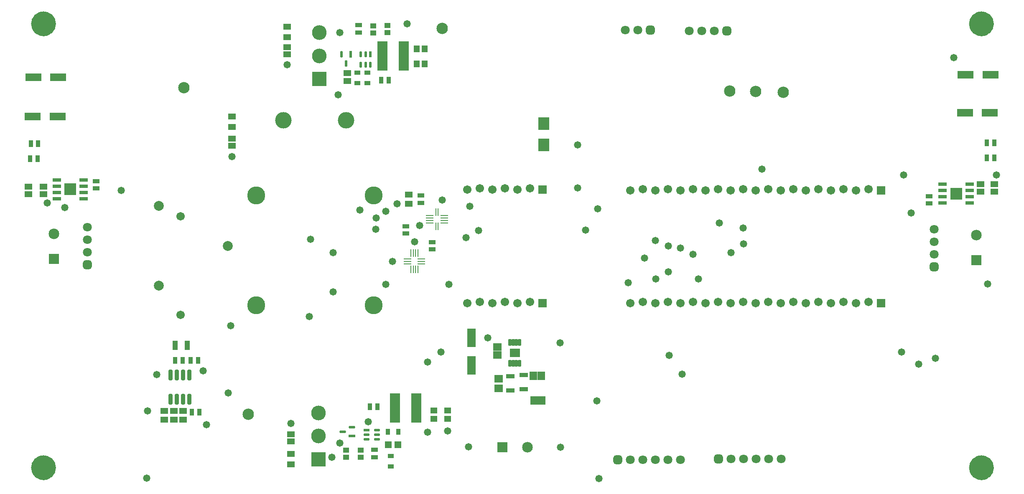
<source format=gts>
G04*
G04 #@! TF.GenerationSoftware,Altium Limited,Altium Designer,25.8.1 (18)*
G04*
G04 Layer_Color=8388736*
%FSLAX44Y44*%
%MOMM*%
G71*
G04*
G04 #@! TF.SameCoordinates,3252FE53-E486-4FD3-897B-B0AFD7199433*
G04*
G04*
G04 #@! TF.FilePolarity,Negative*
G04*
G01*
G75*
%ADD22R,0.9500X1.3500*%
%ADD23R,3.2000X1.6000*%
%ADD26R,1.3082X1.0057*%
%ADD27R,1.2546X1.4562*%
%ADD28R,1.3500X0.9500*%
%ADD32R,1.5750X0.2800*%
%ADD35R,1.4562X1.2546*%
%ADD36R,1.3000X0.9000*%
%ADD37R,0.5321X1.2544*%
%ADD38R,0.5868X1.3587*%
%ADD39R,1.2544X0.5321*%
%ADD40R,1.3587X0.5868*%
%ADD41R,2.3000X2.5000*%
%ADD44R,2.0000X6.0000*%
G04:AMPARAMS|DCode=45|XSize=1.3587mm|YSize=0.5868mm|CornerRadius=0.2934mm|HoleSize=0mm|Usage=FLASHONLY|Rotation=270.000|XOffset=0mm|YOffset=0mm|HoleType=Round|Shape=RoundedRectangle|*
%AMROUNDEDRECTD45*
21,1,1.3587,0.0000,0,0,270.0*
21,1,0.7719,0.5868,0,0,270.0*
1,1,0.5868,0.0000,-0.3859*
1,1,0.5868,0.0000,0.3859*
1,1,0.5868,0.0000,0.3859*
1,1,0.5868,0.0000,-0.3859*
%
%ADD45ROUNDEDRECTD45*%
%ADD46R,0.9000X1.3000*%
G04:AMPARAMS|DCode=47|XSize=1.3587mm|YSize=0.5868mm|CornerRadius=0.2934mm|HoleSize=0mm|Usage=FLASHONLY|Rotation=180.000|XOffset=0mm|YOffset=0mm|HoleType=Round|Shape=RoundedRectangle|*
%AMROUNDEDRECTD47*
21,1,1.3587,0.0000,0,0,180.0*
21,1,0.7719,0.5868,0,0,180.0*
1,1,0.5868,-0.3859,0.0000*
1,1,0.5868,0.3859,0.0000*
1,1,0.5868,0.3859,0.0000*
1,1,0.5868,-0.3859,0.0000*
%
%ADD47ROUNDEDRECTD47*%
G04:AMPARAMS|DCode=48|XSize=1.2544mm|YSize=0.5321mm|CornerRadius=0.2661mm|HoleSize=0mm|Usage=FLASHONLY|Rotation=0.000|XOffset=0mm|YOffset=0mm|HoleType=Round|Shape=RoundedRectangle|*
%AMROUNDEDRECTD48*
21,1,1.2544,0.0000,0,0,0.0*
21,1,0.7223,0.5321,0,0,0.0*
1,1,0.5321,0.3611,0.0000*
1,1,0.5321,-0.3611,0.0000*
1,1,0.5321,-0.3611,0.0000*
1,1,0.5321,0.3611,0.0000*
%
%ADD48ROUNDEDRECTD48*%
%ADD50R,1.7000X0.9000*%
%ADD51R,0.2800X1.5750*%
G04:AMPARAMS|DCode=52|XSize=1.2544mm|YSize=0.5321mm|CornerRadius=0.2661mm|HoleSize=0mm|Usage=FLASHONLY|Rotation=270.000|XOffset=0mm|YOffset=0mm|HoleType=Round|Shape=RoundedRectangle|*
%AMROUNDEDRECTD52*
21,1,1.2544,0.0000,0,0,270.0*
21,1,0.7223,0.5321,0,0,270.0*
1,1,0.5321,0.0000,-0.3611*
1,1,0.5321,0.0000,0.3611*
1,1,0.5321,0.0000,0.3611*
1,1,0.5321,0.0000,-0.3611*
%
%ADD52ROUNDEDRECTD52*%
%ADD53R,1.3546X1.4621*%
%ADD54R,1.1000X1.9000*%
%ADD55C,2.5000*%
G04:AMPARAMS|DCode=56|XSize=2.1732mm|YSize=0.8032mm|CornerRadius=0.1766mm|HoleSize=0mm|Usage=FLASHONLY|Rotation=270.000|XOffset=0mm|YOffset=0mm|HoleType=Round|Shape=RoundedRectangle|*
%AMROUNDEDRECTD56*
21,1,2.1732,0.4500,0,0,270.0*
21,1,1.8200,0.8032,0,0,270.0*
1,1,0.3532,-0.2250,-0.9100*
1,1,0.3532,-0.2250,0.9100*
1,1,0.3532,0.2250,0.9100*
1,1,0.3532,0.2250,-0.9100*
%
%ADD56ROUNDEDRECTD56*%
%ADD57R,1.5532X1.2032*%
%ADD58R,1.5750X0.2800*%
%ADD59R,2.4932X2.4932*%
%ADD60R,1.6532X0.8032*%
G04:AMPARAMS|DCode=61|XSize=0.6532mm|YSize=1.3532mm|CornerRadius=0.1511mm|HoleSize=0mm|Usage=FLASHONLY|Rotation=180.000|XOffset=0mm|YOffset=0mm|HoleType=Round|Shape=RoundedRectangle|*
%AMROUNDEDRECTD61*
21,1,0.6532,1.0510,0,0,180.0*
21,1,0.3510,1.3532,0,0,180.0*
1,1,0.3022,-0.1755,0.5255*
1,1,0.3022,0.1755,0.5255*
1,1,0.3022,0.1755,-0.5255*
1,1,0.3022,-0.1755,-0.5255*
%
%ADD61ROUNDEDRECTD61*%
%ADD62R,1.5032X1.6532*%
G04:AMPARAMS|DCode=63|XSize=1.7732mm|YSize=2.0932mm|CornerRadius=0.1487mm|HoleSize=0mm|Usage=FLASHONLY|Rotation=90.000|XOffset=0mm|YOffset=0mm|HoleType=Round|Shape=RoundedRectangle|*
%AMROUNDEDRECTD63*
21,1,1.7732,1.7958,0,0,90.0*
21,1,1.4758,2.0932,0,0,90.0*
1,1,0.2974,0.8979,0.7379*
1,1,0.2974,0.8979,-0.7379*
1,1,0.2974,-0.8979,-0.7379*
1,1,0.2974,-0.8979,0.7379*
%
%ADD63ROUNDEDRECTD63*%
%ADD64R,0.2799X1.5750*%
%ADD65R,1.6532X1.5032*%
%ADD66R,1.8032X3.7032*%
%ADD67R,1.5032X1.3032*%
%ADD68R,1.5532X1.1532*%
%ADD69R,1.7032X1.5032*%
%ADD70C,2.3032*%
%ADD71C,1.8032*%
%ADD72C,1.7032*%
G04:AMPARAMS|DCode=73|XSize=1.8032mm|YSize=1.8032mm|CornerRadius=0.5016mm|HoleSize=0mm|Usage=FLASHONLY|Rotation=180.000|XOffset=0mm|YOffset=0mm|HoleType=Round|Shape=RoundedRectangle|*
%AMROUNDEDRECTD73*
21,1,1.8032,0.8000,0,0,180.0*
21,1,0.8000,1.8032,0,0,180.0*
1,1,1.0032,-0.4000,0.4000*
1,1,1.0032,0.4000,0.4000*
1,1,1.0032,0.4000,-0.4000*
1,1,1.0032,-0.4000,-0.4000*
%
%ADD73ROUNDEDRECTD73*%
%ADD74C,1.0032*%
%ADD75R,1.7032X1.7032*%
%ADD76C,3.3292*%
%ADD77C,2.1532*%
%ADD78R,2.1532X2.1532*%
G04:AMPARAMS|DCode=79|XSize=1.8032mm|YSize=1.8032mm|CornerRadius=0.5016mm|HoleSize=0mm|Usage=FLASHONLY|Rotation=90.000|XOffset=0mm|YOffset=0mm|HoleType=Round|Shape=RoundedRectangle|*
%AMROUNDEDRECTD79*
21,1,1.8032,0.8000,0,0,90.0*
21,1,0.8000,1.8032,0,0,90.0*
1,1,1.0032,0.4000,0.4000*
1,1,1.0032,0.4000,-0.4000*
1,1,1.0032,-0.4000,-0.4000*
1,1,1.0032,-0.4000,0.4000*
%
%ADD79ROUNDEDRECTD79*%
%ADD80C,3.6532*%
%ADD81R,2.1532X2.1532*%
%ADD82C,2.0032*%
%ADD83C,2.9782*%
%ADD84R,2.9782X2.9782*%
%ADD85C,1.4732*%
%ADD86C,0.7032*%
D22*
X1976000Y708660D02*
D03*
X1975880Y678180D02*
D03*
X39250Y707390D02*
D03*
X37980Y676910D02*
D03*
X363100Y267970D02*
D03*
X316470D02*
D03*
X365640Y162560D02*
D03*
X1961000Y708660D02*
D03*
X1960880Y678180D02*
D03*
X24250Y707390D02*
D03*
X22980Y676910D02*
D03*
X749180Y835660D02*
D03*
X734180D02*
D03*
X726320Y173990D02*
D03*
X711320D02*
D03*
X350640Y162560D02*
D03*
X331470Y267970D02*
D03*
X348100D02*
D03*
D23*
X1968100Y847090D02*
D03*
X1966830Y769620D02*
D03*
X79610Y842010D02*
D03*
X78340Y762000D02*
D03*
X1918100Y847090D02*
D03*
X1916830Y769620D02*
D03*
X29610Y842010D02*
D03*
X28340Y762000D02*
D03*
D26*
X746760Y947062D02*
D03*
X717550Y945792D02*
D03*
X692150Y71478D02*
D03*
X662940D02*
D03*
X746760Y932538D02*
D03*
X717550Y931268D02*
D03*
X692150Y86002D02*
D03*
X662940D02*
D03*
D27*
X822328Y899160D02*
D03*
Y868680D02*
D03*
X805812D02*
D03*
Y899160D02*
D03*
D28*
X1844040Y600590D02*
D03*
X814070Y601980D02*
D03*
X837181Y492500D02*
D03*
X783590Y539630D02*
D03*
X688340Y947300D02*
D03*
X156210Y616070D02*
D03*
X720090Y71240D02*
D03*
X783590Y524630D02*
D03*
X156210Y631070D02*
D03*
X1844040Y585590D02*
D03*
X814070Y586980D02*
D03*
X837181Y507500D02*
D03*
X688340Y932300D02*
D03*
X720090Y86240D02*
D03*
D32*
X787240Y468630D02*
D03*
Y463630D02*
D03*
X815500Y473630D02*
D03*
Y463630D02*
D03*
Y468630D02*
D03*
X787240Y473630D02*
D03*
D35*
X868680Y149222D02*
D03*
X840740D02*
D03*
Y165738D02*
D03*
X868680D02*
D03*
D36*
X753110Y53000D02*
D03*
X685800Y830240D02*
D03*
X706120D02*
D03*
X685800Y851240D02*
D03*
X706120D02*
D03*
X753110Y74000D02*
D03*
D37*
X711810Y888073D02*
D03*
D38*
X672090Y888107D02*
D03*
D39*
X704507Y126340D02*
D03*
D40*
X674747Y114040D02*
D03*
D41*
X1062990Y747940D02*
D03*
Y704940D02*
D03*
D44*
X779690Y885190D02*
D03*
X736690D02*
D03*
X805090Y171450D02*
D03*
X762090D02*
D03*
D45*
X662940Y869573D02*
D03*
X653790Y888107D02*
D03*
D46*
X768690Y123190D02*
D03*
X747690D02*
D03*
D47*
X656213D02*
D03*
X674747Y132340D02*
D03*
D48*
X725513Y126340D02*
D03*
Y116840D02*
D03*
Y107340D02*
D03*
X704507D02*
D03*
Y116840D02*
D03*
D50*
X995680Y206480D02*
D03*
Y235480D02*
D03*
X1022350Y238020D02*
D03*
Y209020D02*
D03*
D51*
X793870Y452010D02*
D03*
X798870D02*
D03*
X803870D02*
D03*
X808870D02*
D03*
Y485250D02*
D03*
X798870D02*
D03*
X803870D02*
D03*
X793870D02*
D03*
D52*
X702310Y888073D02*
D03*
X692810D02*
D03*
Y867067D02*
D03*
X702310D02*
D03*
X711810D02*
D03*
D53*
X767948Y96520D02*
D03*
X748432D02*
D03*
D54*
X341430Y298450D02*
D03*
X316430D02*
D03*
D55*
X1962500Y950000D02*
G03*
X1962500Y950000I-12500J0D01*
G01*
Y50000D02*
G03*
X1962500Y50000I-12500J0D01*
G01*
X62500Y950000D02*
G03*
X62500Y950000I-12500J0D01*
G01*
Y50000D02*
G03*
X62500Y50000I-12500J0D01*
G01*
D56*
X320040Y188660D02*
D03*
X307340Y238060D02*
D03*
X332740Y188660D02*
D03*
X345440D02*
D03*
X307340D02*
D03*
X320040Y238060D02*
D03*
X332740D02*
D03*
X345440D02*
D03*
D57*
X313690Y165210D02*
D03*
X1948180Y609720D02*
D03*
X1976120D02*
D03*
X543560Y887970D02*
D03*
X431800Y702430D02*
D03*
X551180Y117990D02*
D03*
X50000Y604784D02*
D03*
X19050Y604640D02*
D03*
X332740Y165210D02*
D03*
X431800Y717430D02*
D03*
X789940Y585360D02*
D03*
Y603360D02*
D03*
X543560Y902970D02*
D03*
X551180Y102990D02*
D03*
X332740Y147210D02*
D03*
X313690D02*
D03*
X294640Y165210D02*
D03*
Y147210D02*
D03*
X1976120Y624720D02*
D03*
X1948180D02*
D03*
X50000Y619784D02*
D03*
X19050Y619640D02*
D03*
D58*
X832090Y561220D02*
D03*
X862090Y551220D02*
D03*
Y561220D02*
D03*
X832090Y556220D02*
D03*
Y551220D02*
D03*
Y546220D02*
D03*
X862090D02*
D03*
Y556220D02*
D03*
D59*
X1898650Y605790D02*
D03*
X104140Y614680D02*
D03*
D60*
X1871400Y624840D02*
D03*
X131390Y595630D02*
D03*
X1925900Y586740D02*
D03*
X76890Y633730D02*
D03*
X1925900Y599440D02*
D03*
Y624840D02*
D03*
X1871400Y599440D02*
D03*
X131390Y608330D02*
D03*
Y621030D02*
D03*
X1871400Y612140D02*
D03*
X76890Y621030D02*
D03*
Y608330D02*
D03*
Y595630D02*
D03*
X131390Y633730D02*
D03*
X1871400Y586740D02*
D03*
X1925900Y612140D02*
D03*
D61*
X1001320Y304460D02*
D03*
X994820Y261960D02*
D03*
X1001320D02*
D03*
X1007820D02*
D03*
X1014320D02*
D03*
X994820Y304460D02*
D03*
X1007820D02*
D03*
X1014320D02*
D03*
D62*
X1058290Y236220D02*
D03*
X1059560Y186690D02*
D03*
X1043560D02*
D03*
X1042290Y236220D02*
D03*
D63*
X1004570Y283210D02*
D03*
D64*
X849590Y539590D02*
D03*
X844590D02*
D03*
X849590Y567850D02*
D03*
X844590D02*
D03*
D65*
X969010Y279020D02*
D03*
Y295020D02*
D03*
D66*
X916940Y257750D02*
D03*
Y313750D02*
D03*
D67*
X543560Y943950D02*
D03*
X431800Y762340D02*
D03*
Y741340D02*
D03*
X543560Y922950D02*
D03*
X551180Y56810D02*
D03*
Y77810D02*
D03*
D68*
X665480Y834260D02*
D03*
Y849760D02*
D03*
D69*
X971550Y230730D02*
D03*
Y211230D02*
D03*
D70*
X1440180Y814070D02*
D03*
X1548130Y811530D02*
D03*
X857250Y941070D02*
D03*
X334010Y820420D02*
D03*
X1492250Y812800D02*
D03*
X464820Y158750D02*
D03*
D71*
X1263650Y66040D02*
D03*
X1357630Y935990D02*
D03*
X1383030D02*
D03*
X1408430D02*
D03*
X1854200Y533400D02*
D03*
X138659Y538100D02*
D03*
X1253490Y937260D02*
D03*
X1854200Y482600D02*
D03*
Y508000D02*
D03*
X1467740Y67428D02*
D03*
X138659Y487300D02*
D03*
X1442340Y67428D02*
D03*
X1339850Y66040D02*
D03*
X1228090Y937260D02*
D03*
X1543940Y67428D02*
D03*
X1314450Y66040D02*
D03*
X138659Y512700D02*
D03*
X1493140Y67428D02*
D03*
X1518540D02*
D03*
X1289050Y66040D02*
D03*
X1238250D02*
D03*
D72*
X1315148Y386470D02*
D03*
X1035728Y616070D02*
D03*
X1721548Y615070D02*
D03*
X1238948Y612530D02*
D03*
X1721548Y386470D02*
D03*
X1238948Y383930D02*
D03*
X327502Y560000D02*
D03*
X1696148Y612530D02*
D03*
X1645348D02*
D03*
X1594548D02*
D03*
X1543748D02*
D03*
X1492948D02*
D03*
X1442148D02*
D03*
X1391348D02*
D03*
X1340548D02*
D03*
X1289748D02*
D03*
X1264348Y615070D02*
D03*
X1315148D02*
D03*
X1365948D02*
D03*
X1416748D02*
D03*
X1467548D02*
D03*
X1518348D02*
D03*
X1569148D02*
D03*
X1619948D02*
D03*
X1670748D02*
D03*
Y386470D02*
D03*
X1619948D02*
D03*
X1569148D02*
D03*
X1518348D02*
D03*
X1467548D02*
D03*
X1416748D02*
D03*
X1365948D02*
D03*
X1264348D02*
D03*
X1289748Y383930D02*
D03*
X1340548D02*
D03*
X1391348D02*
D03*
X1442148D02*
D03*
X1492948D02*
D03*
X1543748D02*
D03*
X1594548D02*
D03*
X1645348D02*
D03*
X1696148D02*
D03*
X1035728Y386470D02*
D03*
X984928D02*
D03*
X934128D02*
D03*
X908728Y383930D02*
D03*
X959528D02*
D03*
X1010328D02*
D03*
X984928Y616070D02*
D03*
X934128D02*
D03*
X908728Y613530D02*
D03*
X959528D02*
D03*
X1010328D02*
D03*
X327502Y360000D02*
D03*
D73*
X1433830Y935990D02*
D03*
X1278890Y937260D02*
D03*
X1212850Y66040D02*
D03*
X1416940Y67428D02*
D03*
D74*
X1892300Y612140D02*
D03*
X1905000D02*
D03*
X1892300Y600710D02*
D03*
X1905000D02*
D03*
X110490Y619760D02*
D03*
X97790Y608330D02*
D03*
X110490D02*
D03*
X97790Y619760D02*
D03*
D75*
X1061128Y383930D02*
D03*
X1746948Y612530D02*
D03*
Y383930D02*
D03*
X1061128Y613530D02*
D03*
D76*
X536170Y754380D02*
D03*
X663170D02*
D03*
D77*
X71120Y524510D02*
D03*
X1939290Y521970D02*
D03*
X1029970Y91440D02*
D03*
D78*
X71120Y473710D02*
D03*
X1939290Y471170D02*
D03*
D79*
X1854200Y457200D02*
D03*
X138659Y461900D02*
D03*
D80*
X480520Y601980D02*
D03*
Y379680D02*
D03*
X718820Y601980D02*
D03*
Y379680D02*
D03*
D81*
X979170Y91440D02*
D03*
D82*
X423502Y500000D02*
D03*
X283502Y581000D02*
D03*
Y419000D02*
D03*
D83*
X608330Y885180D02*
D03*
Y932180D02*
D03*
X607060Y114290D02*
D03*
Y161290D02*
D03*
D84*
X608330Y838180D02*
D03*
X607060Y67290D02*
D03*
D85*
X1365250Y482600D02*
D03*
X742950Y421640D02*
D03*
X854710Y284480D02*
D03*
X742950Y570230D02*
D03*
X871220Y421640D02*
D03*
X1315720Y447040D02*
D03*
X1893570Y881380D02*
D03*
X1791970Y643890D02*
D03*
X786376Y950000D02*
D03*
X1807210Y566420D02*
D03*
X857250Y593090D02*
D03*
X913130Y580390D02*
D03*
X1962150Y422910D02*
D03*
X801370Y508000D02*
D03*
X756920Y468630D02*
D03*
X868680Y124460D02*
D03*
X646430Y806450D02*
D03*
X543560Y867410D02*
D03*
X431800Y680720D02*
D03*
X207010Y612140D02*
D03*
X722630Y533400D02*
D03*
X707390Y143510D02*
D03*
X551180Y139700D02*
D03*
X379730Y137160D02*
D03*
X650240Y100330D02*
D03*
X633730Y71120D02*
D03*
X57150Y586740D02*
D03*
X373380Y246380D02*
D03*
X279400Y238760D02*
D03*
X1856740Y271780D02*
D03*
X1466850Y535940D02*
D03*
X1148080Y532130D02*
D03*
X690880Y572770D02*
D03*
X1131570Y617220D02*
D03*
Y704850D02*
D03*
X636270Y406400D02*
D03*
X949960Y312960D02*
D03*
X828040Y121920D02*
D03*
Y264160D02*
D03*
X1979930Y643890D02*
D03*
X930910Y530860D02*
D03*
X1315358Y500000D02*
D03*
X1290320Y433070D02*
D03*
X1339850Y495300D02*
D03*
X1267460Y474980D02*
D03*
X1418590Y546100D02*
D03*
X1289050Y510540D02*
D03*
X905510Y516890D02*
D03*
X811530Y541020D02*
D03*
X424180Y201930D02*
D03*
X429260Y337820D02*
D03*
X1442720Y486410D02*
D03*
X636270D02*
D03*
X1343660Y240030D02*
D03*
X1822450Y260350D02*
D03*
X1234440Y425450D02*
D03*
X1316990Y278130D02*
D03*
X1788160Y284480D02*
D03*
X1504950Y655320D02*
D03*
X1170940Y185420D02*
D03*
X1172210Y575310D02*
D03*
X590550Y513080D02*
D03*
X588010Y356870D02*
D03*
X1468120Y504190D02*
D03*
X765810Y585470D02*
D03*
X723900Y556260D02*
D03*
X1174750Y27940D02*
D03*
X259080Y29210D02*
D03*
X260350Y165100D02*
D03*
X910590Y92710D02*
D03*
X1096010Y303530D02*
D03*
X1097280Y91440D02*
D03*
X650240Y932180D02*
D03*
X1376680Y433070D02*
D03*
X92710Y577850D02*
D03*
D86*
X1010570Y287710D02*
D03*
Y278710D02*
D03*
X998570Y287710D02*
D03*
X1004570Y283210D02*
D03*
X998570Y278710D02*
D03*
M02*

</source>
